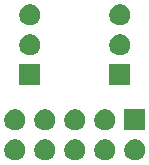
<source format=gbs>
G04 #@! TF.GenerationSoftware,KiCad,Pcbnew,(5.1.6-0-10_14)*
G04 #@! TF.CreationDate,2021-04-25T21:48:52+02:00*
G04 #@! TF.ProjectId,AVRISP10_breakout,41565249-5350-4313-905f-627265616b6f,rev?*
G04 #@! TF.SameCoordinates,Original*
G04 #@! TF.FileFunction,Soldermask,Bot*
G04 #@! TF.FilePolarity,Negative*
%FSLAX46Y46*%
G04 Gerber Fmt 4.6, Leading zero omitted, Abs format (unit mm)*
G04 Created by KiCad (PCBNEW (5.1.6-0-10_14)) date 2021-04-25 21:48:52*
%MOMM*%
%LPD*%
G01*
G04 APERTURE LIST*
%ADD10C,0.100000*%
G04 APERTURE END LIST*
D10*
G36*
X134733512Y-81653927D02*
G01*
X134882812Y-81683624D01*
X135046784Y-81751544D01*
X135194354Y-81850147D01*
X135319853Y-81975646D01*
X135418456Y-82123216D01*
X135486376Y-82287188D01*
X135521000Y-82461259D01*
X135521000Y-82638741D01*
X135486376Y-82812812D01*
X135418456Y-82976784D01*
X135319853Y-83124354D01*
X135194354Y-83249853D01*
X135046784Y-83348456D01*
X134882812Y-83416376D01*
X134733512Y-83446073D01*
X134708742Y-83451000D01*
X134531258Y-83451000D01*
X134506488Y-83446073D01*
X134357188Y-83416376D01*
X134193216Y-83348456D01*
X134045646Y-83249853D01*
X133920147Y-83124354D01*
X133821544Y-82976784D01*
X133753624Y-82812812D01*
X133719000Y-82638741D01*
X133719000Y-82461259D01*
X133753624Y-82287188D01*
X133821544Y-82123216D01*
X133920147Y-81975646D01*
X134045646Y-81850147D01*
X134193216Y-81751544D01*
X134357188Y-81683624D01*
X134506488Y-81653927D01*
X134531258Y-81649000D01*
X134708742Y-81649000D01*
X134733512Y-81653927D01*
G37*
G36*
X132193512Y-81653927D02*
G01*
X132342812Y-81683624D01*
X132506784Y-81751544D01*
X132654354Y-81850147D01*
X132779853Y-81975646D01*
X132878456Y-82123216D01*
X132946376Y-82287188D01*
X132981000Y-82461259D01*
X132981000Y-82638741D01*
X132946376Y-82812812D01*
X132878456Y-82976784D01*
X132779853Y-83124354D01*
X132654354Y-83249853D01*
X132506784Y-83348456D01*
X132342812Y-83416376D01*
X132193512Y-83446073D01*
X132168742Y-83451000D01*
X131991258Y-83451000D01*
X131966488Y-83446073D01*
X131817188Y-83416376D01*
X131653216Y-83348456D01*
X131505646Y-83249853D01*
X131380147Y-83124354D01*
X131281544Y-82976784D01*
X131213624Y-82812812D01*
X131179000Y-82638741D01*
X131179000Y-82461259D01*
X131213624Y-82287188D01*
X131281544Y-82123216D01*
X131380147Y-81975646D01*
X131505646Y-81850147D01*
X131653216Y-81751544D01*
X131817188Y-81683624D01*
X131966488Y-81653927D01*
X131991258Y-81649000D01*
X132168742Y-81649000D01*
X132193512Y-81653927D01*
G37*
G36*
X129653512Y-81653927D02*
G01*
X129802812Y-81683624D01*
X129966784Y-81751544D01*
X130114354Y-81850147D01*
X130239853Y-81975646D01*
X130338456Y-82123216D01*
X130406376Y-82287188D01*
X130441000Y-82461259D01*
X130441000Y-82638741D01*
X130406376Y-82812812D01*
X130338456Y-82976784D01*
X130239853Y-83124354D01*
X130114354Y-83249853D01*
X129966784Y-83348456D01*
X129802812Y-83416376D01*
X129653512Y-83446073D01*
X129628742Y-83451000D01*
X129451258Y-83451000D01*
X129426488Y-83446073D01*
X129277188Y-83416376D01*
X129113216Y-83348456D01*
X128965646Y-83249853D01*
X128840147Y-83124354D01*
X128741544Y-82976784D01*
X128673624Y-82812812D01*
X128639000Y-82638741D01*
X128639000Y-82461259D01*
X128673624Y-82287188D01*
X128741544Y-82123216D01*
X128840147Y-81975646D01*
X128965646Y-81850147D01*
X129113216Y-81751544D01*
X129277188Y-81683624D01*
X129426488Y-81653927D01*
X129451258Y-81649000D01*
X129628742Y-81649000D01*
X129653512Y-81653927D01*
G37*
G36*
X127113512Y-81653927D02*
G01*
X127262812Y-81683624D01*
X127426784Y-81751544D01*
X127574354Y-81850147D01*
X127699853Y-81975646D01*
X127798456Y-82123216D01*
X127866376Y-82287188D01*
X127901000Y-82461259D01*
X127901000Y-82638741D01*
X127866376Y-82812812D01*
X127798456Y-82976784D01*
X127699853Y-83124354D01*
X127574354Y-83249853D01*
X127426784Y-83348456D01*
X127262812Y-83416376D01*
X127113512Y-83446073D01*
X127088742Y-83451000D01*
X126911258Y-83451000D01*
X126886488Y-83446073D01*
X126737188Y-83416376D01*
X126573216Y-83348456D01*
X126425646Y-83249853D01*
X126300147Y-83124354D01*
X126201544Y-82976784D01*
X126133624Y-82812812D01*
X126099000Y-82638741D01*
X126099000Y-82461259D01*
X126133624Y-82287188D01*
X126201544Y-82123216D01*
X126300147Y-81975646D01*
X126425646Y-81850147D01*
X126573216Y-81751544D01*
X126737188Y-81683624D01*
X126886488Y-81653927D01*
X126911258Y-81649000D01*
X127088742Y-81649000D01*
X127113512Y-81653927D01*
G37*
G36*
X124573512Y-81653927D02*
G01*
X124722812Y-81683624D01*
X124886784Y-81751544D01*
X125034354Y-81850147D01*
X125159853Y-81975646D01*
X125258456Y-82123216D01*
X125326376Y-82287188D01*
X125361000Y-82461259D01*
X125361000Y-82638741D01*
X125326376Y-82812812D01*
X125258456Y-82976784D01*
X125159853Y-83124354D01*
X125034354Y-83249853D01*
X124886784Y-83348456D01*
X124722812Y-83416376D01*
X124573512Y-83446073D01*
X124548742Y-83451000D01*
X124371258Y-83451000D01*
X124346488Y-83446073D01*
X124197188Y-83416376D01*
X124033216Y-83348456D01*
X123885646Y-83249853D01*
X123760147Y-83124354D01*
X123661544Y-82976784D01*
X123593624Y-82812812D01*
X123559000Y-82638741D01*
X123559000Y-82461259D01*
X123593624Y-82287188D01*
X123661544Y-82123216D01*
X123760147Y-81975646D01*
X123885646Y-81850147D01*
X124033216Y-81751544D01*
X124197188Y-81683624D01*
X124346488Y-81653927D01*
X124371258Y-81649000D01*
X124548742Y-81649000D01*
X124573512Y-81653927D01*
G37*
G36*
X124573512Y-79113927D02*
G01*
X124722812Y-79143624D01*
X124886784Y-79211544D01*
X125034354Y-79310147D01*
X125159853Y-79435646D01*
X125258456Y-79583216D01*
X125326376Y-79747188D01*
X125361000Y-79921259D01*
X125361000Y-80098741D01*
X125326376Y-80272812D01*
X125258456Y-80436784D01*
X125159853Y-80584354D01*
X125034354Y-80709853D01*
X124886784Y-80808456D01*
X124722812Y-80876376D01*
X124573512Y-80906073D01*
X124548742Y-80911000D01*
X124371258Y-80911000D01*
X124346488Y-80906073D01*
X124197188Y-80876376D01*
X124033216Y-80808456D01*
X123885646Y-80709853D01*
X123760147Y-80584354D01*
X123661544Y-80436784D01*
X123593624Y-80272812D01*
X123559000Y-80098741D01*
X123559000Y-79921259D01*
X123593624Y-79747188D01*
X123661544Y-79583216D01*
X123760147Y-79435646D01*
X123885646Y-79310147D01*
X124033216Y-79211544D01*
X124197188Y-79143624D01*
X124346488Y-79113927D01*
X124371258Y-79109000D01*
X124548742Y-79109000D01*
X124573512Y-79113927D01*
G37*
G36*
X127113512Y-79113927D02*
G01*
X127262812Y-79143624D01*
X127426784Y-79211544D01*
X127574354Y-79310147D01*
X127699853Y-79435646D01*
X127798456Y-79583216D01*
X127866376Y-79747188D01*
X127901000Y-79921259D01*
X127901000Y-80098741D01*
X127866376Y-80272812D01*
X127798456Y-80436784D01*
X127699853Y-80584354D01*
X127574354Y-80709853D01*
X127426784Y-80808456D01*
X127262812Y-80876376D01*
X127113512Y-80906073D01*
X127088742Y-80911000D01*
X126911258Y-80911000D01*
X126886488Y-80906073D01*
X126737188Y-80876376D01*
X126573216Y-80808456D01*
X126425646Y-80709853D01*
X126300147Y-80584354D01*
X126201544Y-80436784D01*
X126133624Y-80272812D01*
X126099000Y-80098741D01*
X126099000Y-79921259D01*
X126133624Y-79747188D01*
X126201544Y-79583216D01*
X126300147Y-79435646D01*
X126425646Y-79310147D01*
X126573216Y-79211544D01*
X126737188Y-79143624D01*
X126886488Y-79113927D01*
X126911258Y-79109000D01*
X127088742Y-79109000D01*
X127113512Y-79113927D01*
G37*
G36*
X129653512Y-79113927D02*
G01*
X129802812Y-79143624D01*
X129966784Y-79211544D01*
X130114354Y-79310147D01*
X130239853Y-79435646D01*
X130338456Y-79583216D01*
X130406376Y-79747188D01*
X130441000Y-79921259D01*
X130441000Y-80098741D01*
X130406376Y-80272812D01*
X130338456Y-80436784D01*
X130239853Y-80584354D01*
X130114354Y-80709853D01*
X129966784Y-80808456D01*
X129802812Y-80876376D01*
X129653512Y-80906073D01*
X129628742Y-80911000D01*
X129451258Y-80911000D01*
X129426488Y-80906073D01*
X129277188Y-80876376D01*
X129113216Y-80808456D01*
X128965646Y-80709853D01*
X128840147Y-80584354D01*
X128741544Y-80436784D01*
X128673624Y-80272812D01*
X128639000Y-80098741D01*
X128639000Y-79921259D01*
X128673624Y-79747188D01*
X128741544Y-79583216D01*
X128840147Y-79435646D01*
X128965646Y-79310147D01*
X129113216Y-79211544D01*
X129277188Y-79143624D01*
X129426488Y-79113927D01*
X129451258Y-79109000D01*
X129628742Y-79109000D01*
X129653512Y-79113927D01*
G37*
G36*
X132193512Y-79113927D02*
G01*
X132342812Y-79143624D01*
X132506784Y-79211544D01*
X132654354Y-79310147D01*
X132779853Y-79435646D01*
X132878456Y-79583216D01*
X132946376Y-79747188D01*
X132981000Y-79921259D01*
X132981000Y-80098741D01*
X132946376Y-80272812D01*
X132878456Y-80436784D01*
X132779853Y-80584354D01*
X132654354Y-80709853D01*
X132506784Y-80808456D01*
X132342812Y-80876376D01*
X132193512Y-80906073D01*
X132168742Y-80911000D01*
X131991258Y-80911000D01*
X131966488Y-80906073D01*
X131817188Y-80876376D01*
X131653216Y-80808456D01*
X131505646Y-80709853D01*
X131380147Y-80584354D01*
X131281544Y-80436784D01*
X131213624Y-80272812D01*
X131179000Y-80098741D01*
X131179000Y-79921259D01*
X131213624Y-79747188D01*
X131281544Y-79583216D01*
X131380147Y-79435646D01*
X131505646Y-79310147D01*
X131653216Y-79211544D01*
X131817188Y-79143624D01*
X131966488Y-79113927D01*
X131991258Y-79109000D01*
X132168742Y-79109000D01*
X132193512Y-79113927D01*
G37*
G36*
X135521000Y-80911000D02*
G01*
X133719000Y-80911000D01*
X133719000Y-79109000D01*
X135521000Y-79109000D01*
X135521000Y-80911000D01*
G37*
G36*
X134251000Y-77101000D02*
G01*
X132449000Y-77101000D01*
X132449000Y-75299000D01*
X134251000Y-75299000D01*
X134251000Y-77101000D01*
G37*
G36*
X126631000Y-77101000D02*
G01*
X124829000Y-77101000D01*
X124829000Y-75299000D01*
X126631000Y-75299000D01*
X126631000Y-77101000D01*
G37*
G36*
X133463512Y-72763927D02*
G01*
X133612812Y-72793624D01*
X133776784Y-72861544D01*
X133924354Y-72960147D01*
X134049853Y-73085646D01*
X134148456Y-73233216D01*
X134216376Y-73397188D01*
X134251000Y-73571259D01*
X134251000Y-73748741D01*
X134216376Y-73922812D01*
X134148456Y-74086784D01*
X134049853Y-74234354D01*
X133924354Y-74359853D01*
X133776784Y-74458456D01*
X133612812Y-74526376D01*
X133463512Y-74556073D01*
X133438742Y-74561000D01*
X133261258Y-74561000D01*
X133236488Y-74556073D01*
X133087188Y-74526376D01*
X132923216Y-74458456D01*
X132775646Y-74359853D01*
X132650147Y-74234354D01*
X132551544Y-74086784D01*
X132483624Y-73922812D01*
X132449000Y-73748741D01*
X132449000Y-73571259D01*
X132483624Y-73397188D01*
X132551544Y-73233216D01*
X132650147Y-73085646D01*
X132775646Y-72960147D01*
X132923216Y-72861544D01*
X133087188Y-72793624D01*
X133236488Y-72763927D01*
X133261258Y-72759000D01*
X133438742Y-72759000D01*
X133463512Y-72763927D01*
G37*
G36*
X125843512Y-72763927D02*
G01*
X125992812Y-72793624D01*
X126156784Y-72861544D01*
X126304354Y-72960147D01*
X126429853Y-73085646D01*
X126528456Y-73233216D01*
X126596376Y-73397188D01*
X126631000Y-73571259D01*
X126631000Y-73748741D01*
X126596376Y-73922812D01*
X126528456Y-74086784D01*
X126429853Y-74234354D01*
X126304354Y-74359853D01*
X126156784Y-74458456D01*
X125992812Y-74526376D01*
X125843512Y-74556073D01*
X125818742Y-74561000D01*
X125641258Y-74561000D01*
X125616488Y-74556073D01*
X125467188Y-74526376D01*
X125303216Y-74458456D01*
X125155646Y-74359853D01*
X125030147Y-74234354D01*
X124931544Y-74086784D01*
X124863624Y-73922812D01*
X124829000Y-73748741D01*
X124829000Y-73571259D01*
X124863624Y-73397188D01*
X124931544Y-73233216D01*
X125030147Y-73085646D01*
X125155646Y-72960147D01*
X125303216Y-72861544D01*
X125467188Y-72793624D01*
X125616488Y-72763927D01*
X125641258Y-72759000D01*
X125818742Y-72759000D01*
X125843512Y-72763927D01*
G37*
G36*
X133463512Y-70223927D02*
G01*
X133612812Y-70253624D01*
X133776784Y-70321544D01*
X133924354Y-70420147D01*
X134049853Y-70545646D01*
X134148456Y-70693216D01*
X134216376Y-70857188D01*
X134251000Y-71031259D01*
X134251000Y-71208741D01*
X134216376Y-71382812D01*
X134148456Y-71546784D01*
X134049853Y-71694354D01*
X133924354Y-71819853D01*
X133776784Y-71918456D01*
X133612812Y-71986376D01*
X133463512Y-72016073D01*
X133438742Y-72021000D01*
X133261258Y-72021000D01*
X133236488Y-72016073D01*
X133087188Y-71986376D01*
X132923216Y-71918456D01*
X132775646Y-71819853D01*
X132650147Y-71694354D01*
X132551544Y-71546784D01*
X132483624Y-71382812D01*
X132449000Y-71208741D01*
X132449000Y-71031259D01*
X132483624Y-70857188D01*
X132551544Y-70693216D01*
X132650147Y-70545646D01*
X132775646Y-70420147D01*
X132923216Y-70321544D01*
X133087188Y-70253624D01*
X133236488Y-70223927D01*
X133261258Y-70219000D01*
X133438742Y-70219000D01*
X133463512Y-70223927D01*
G37*
G36*
X125843512Y-70223927D02*
G01*
X125992812Y-70253624D01*
X126156784Y-70321544D01*
X126304354Y-70420147D01*
X126429853Y-70545646D01*
X126528456Y-70693216D01*
X126596376Y-70857188D01*
X126631000Y-71031259D01*
X126631000Y-71208741D01*
X126596376Y-71382812D01*
X126528456Y-71546784D01*
X126429853Y-71694354D01*
X126304354Y-71819853D01*
X126156784Y-71918456D01*
X125992812Y-71986376D01*
X125843512Y-72016073D01*
X125818742Y-72021000D01*
X125641258Y-72021000D01*
X125616488Y-72016073D01*
X125467188Y-71986376D01*
X125303216Y-71918456D01*
X125155646Y-71819853D01*
X125030147Y-71694354D01*
X124931544Y-71546784D01*
X124863624Y-71382812D01*
X124829000Y-71208741D01*
X124829000Y-71031259D01*
X124863624Y-70857188D01*
X124931544Y-70693216D01*
X125030147Y-70545646D01*
X125155646Y-70420147D01*
X125303216Y-70321544D01*
X125467188Y-70253624D01*
X125616488Y-70223927D01*
X125641258Y-70219000D01*
X125818742Y-70219000D01*
X125843512Y-70223927D01*
G37*
M02*

</source>
